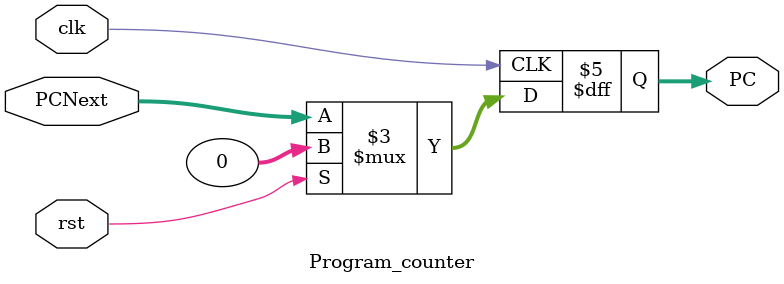
<source format=v>
`timescale 1ns / 1ps

module Program_counter(
    input              clk,
    input              rst,
    input      [31:0]   PCNext,
    output reg [31:0]   PC
);

always @(posedge clk) begin
    if (rst) begin
        PC <= 32'h00000000;   // Reset PC
    end
    else begin
        PC <= PCNext;         // Always update PC
    end
end

endmodule

</source>
